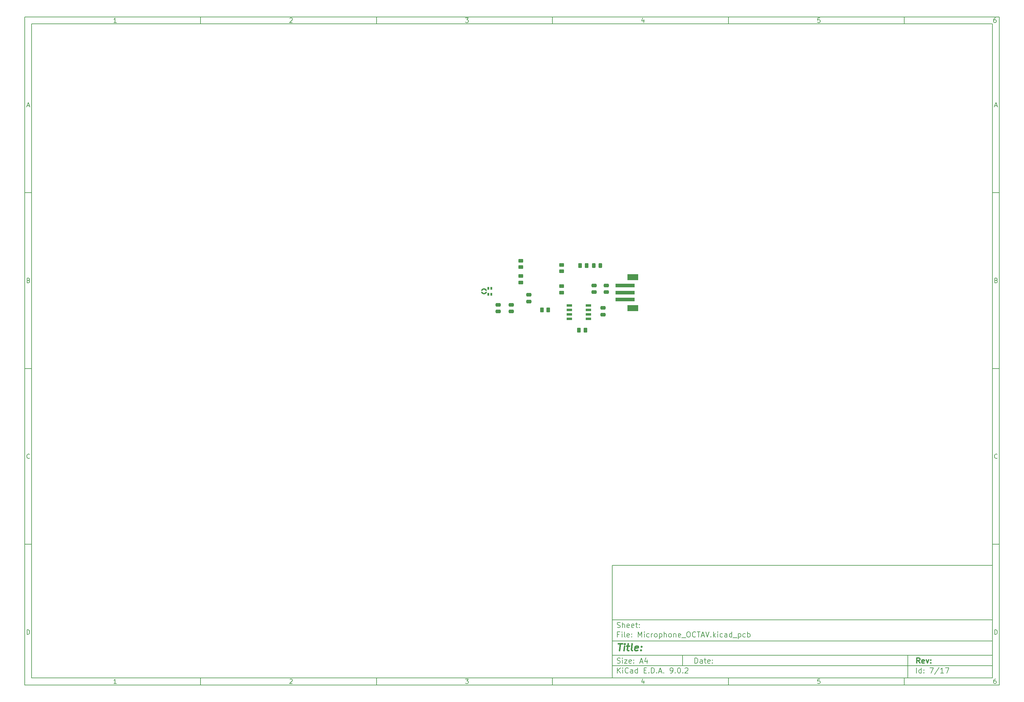
<source format=gbr>
%TF.GenerationSoftware,KiCad,Pcbnew,9.0.2*%
%TF.CreationDate,2025-08-29T05:40:04+02:00*%
%TF.ProjectId,Microphone_OCTAV,4d696372-6f70-4686-9f6e-655f4f435441,rev?*%
%TF.SameCoordinates,Original*%
%TF.FileFunction,Paste,Top*%
%TF.FilePolarity,Positive*%
%FSLAX46Y46*%
G04 Gerber Fmt 4.6, Leading zero omitted, Abs format (unit mm)*
G04 Created by KiCad (PCBNEW 9.0.2) date 2025-08-29 05:40:04*
%MOMM*%
%LPD*%
G01*
G04 APERTURE LIST*
G04 Aperture macros list*
%AMRoundRect*
0 Rectangle with rounded corners*
0 $1 Rounding radius*
0 $2 $3 $4 $5 $6 $7 $8 $9 X,Y pos of 4 corners*
0 Add a 4 corners polygon primitive as box body*
4,1,4,$2,$3,$4,$5,$6,$7,$8,$9,$2,$3,0*
0 Add four circle primitives for the rounded corners*
1,1,$1+$1,$2,$3*
1,1,$1+$1,$4,$5*
1,1,$1+$1,$6,$7*
1,1,$1+$1,$8,$9*
0 Add four rect primitives between the rounded corners*
20,1,$1+$1,$2,$3,$4,$5,0*
20,1,$1+$1,$4,$5,$6,$7,0*
20,1,$1+$1,$6,$7,$8,$9,0*
20,1,$1+$1,$8,$9,$2,$3,0*%
G04 Aperture macros list end*
%ADD10C,0.100000*%
%ADD11C,0.150000*%
%ADD12C,0.300000*%
%ADD13C,0.400000*%
%ADD14C,0.010000*%
%ADD15RoundRect,0.243750X0.243750X0.456250X-0.243750X0.456250X-0.243750X-0.456250X0.243750X-0.456250X0*%
%ADD16RoundRect,0.250000X-0.475000X0.250000X-0.475000X-0.250000X0.475000X-0.250000X0.475000X0.250000X0*%
%ADD17R,1.500000X0.650000*%
%ADD18RoundRect,0.250000X-0.262500X-0.450000X0.262500X-0.450000X0.262500X0.450000X-0.262500X0.450000X0*%
%ADD19R,5.511800X0.990600*%
%ADD20R,3.098800X1.700000*%
%ADD21RoundRect,0.250000X0.475000X-0.250000X0.475000X0.250000X-0.475000X0.250000X-0.475000X-0.250000X0*%
%ADD22RoundRect,0.250000X-0.450000X0.262500X-0.450000X-0.262500X0.450000X-0.262500X0.450000X0.262500X0*%
%ADD23RoundRect,0.250000X0.450000X-0.262500X0.450000X0.262500X-0.450000X0.262500X-0.450000X-0.262500X0*%
G04 APERTURE END LIST*
D10*
D11*
X177002200Y-166007200D02*
X285002200Y-166007200D01*
X285002200Y-198007200D01*
X177002200Y-198007200D01*
X177002200Y-166007200D01*
D10*
D11*
X10000000Y-10000000D02*
X287002200Y-10000000D01*
X287002200Y-200007200D01*
X10000000Y-200007200D01*
X10000000Y-10000000D01*
D10*
D11*
X12000000Y-12000000D02*
X285002200Y-12000000D01*
X285002200Y-198007200D01*
X12000000Y-198007200D01*
X12000000Y-12000000D01*
D10*
D11*
X60000000Y-12000000D02*
X60000000Y-10000000D01*
D10*
D11*
X110000000Y-12000000D02*
X110000000Y-10000000D01*
D10*
D11*
X160000000Y-12000000D02*
X160000000Y-10000000D01*
D10*
D11*
X210000000Y-12000000D02*
X210000000Y-10000000D01*
D10*
D11*
X260000000Y-12000000D02*
X260000000Y-10000000D01*
D10*
D11*
X36089160Y-11593604D02*
X35346303Y-11593604D01*
X35717731Y-11593604D02*
X35717731Y-10293604D01*
X35717731Y-10293604D02*
X35593922Y-10479319D01*
X35593922Y-10479319D02*
X35470112Y-10603128D01*
X35470112Y-10603128D02*
X35346303Y-10665033D01*
D10*
D11*
X85346303Y-10417414D02*
X85408207Y-10355509D01*
X85408207Y-10355509D02*
X85532017Y-10293604D01*
X85532017Y-10293604D02*
X85841541Y-10293604D01*
X85841541Y-10293604D02*
X85965350Y-10355509D01*
X85965350Y-10355509D02*
X86027255Y-10417414D01*
X86027255Y-10417414D02*
X86089160Y-10541223D01*
X86089160Y-10541223D02*
X86089160Y-10665033D01*
X86089160Y-10665033D02*
X86027255Y-10850747D01*
X86027255Y-10850747D02*
X85284398Y-11593604D01*
X85284398Y-11593604D02*
X86089160Y-11593604D01*
D10*
D11*
X135284398Y-10293604D02*
X136089160Y-10293604D01*
X136089160Y-10293604D02*
X135655826Y-10788842D01*
X135655826Y-10788842D02*
X135841541Y-10788842D01*
X135841541Y-10788842D02*
X135965350Y-10850747D01*
X135965350Y-10850747D02*
X136027255Y-10912652D01*
X136027255Y-10912652D02*
X136089160Y-11036461D01*
X136089160Y-11036461D02*
X136089160Y-11345985D01*
X136089160Y-11345985D02*
X136027255Y-11469795D01*
X136027255Y-11469795D02*
X135965350Y-11531700D01*
X135965350Y-11531700D02*
X135841541Y-11593604D01*
X135841541Y-11593604D02*
X135470112Y-11593604D01*
X135470112Y-11593604D02*
X135346303Y-11531700D01*
X135346303Y-11531700D02*
X135284398Y-11469795D01*
D10*
D11*
X185965350Y-10726938D02*
X185965350Y-11593604D01*
X185655826Y-10231700D02*
X185346303Y-11160271D01*
X185346303Y-11160271D02*
X186151064Y-11160271D01*
D10*
D11*
X236027255Y-10293604D02*
X235408207Y-10293604D01*
X235408207Y-10293604D02*
X235346303Y-10912652D01*
X235346303Y-10912652D02*
X235408207Y-10850747D01*
X235408207Y-10850747D02*
X235532017Y-10788842D01*
X235532017Y-10788842D02*
X235841541Y-10788842D01*
X235841541Y-10788842D02*
X235965350Y-10850747D01*
X235965350Y-10850747D02*
X236027255Y-10912652D01*
X236027255Y-10912652D02*
X236089160Y-11036461D01*
X236089160Y-11036461D02*
X236089160Y-11345985D01*
X236089160Y-11345985D02*
X236027255Y-11469795D01*
X236027255Y-11469795D02*
X235965350Y-11531700D01*
X235965350Y-11531700D02*
X235841541Y-11593604D01*
X235841541Y-11593604D02*
X235532017Y-11593604D01*
X235532017Y-11593604D02*
X235408207Y-11531700D01*
X235408207Y-11531700D02*
X235346303Y-11469795D01*
D10*
D11*
X285965350Y-10293604D02*
X285717731Y-10293604D01*
X285717731Y-10293604D02*
X285593922Y-10355509D01*
X285593922Y-10355509D02*
X285532017Y-10417414D01*
X285532017Y-10417414D02*
X285408207Y-10603128D01*
X285408207Y-10603128D02*
X285346303Y-10850747D01*
X285346303Y-10850747D02*
X285346303Y-11345985D01*
X285346303Y-11345985D02*
X285408207Y-11469795D01*
X285408207Y-11469795D02*
X285470112Y-11531700D01*
X285470112Y-11531700D02*
X285593922Y-11593604D01*
X285593922Y-11593604D02*
X285841541Y-11593604D01*
X285841541Y-11593604D02*
X285965350Y-11531700D01*
X285965350Y-11531700D02*
X286027255Y-11469795D01*
X286027255Y-11469795D02*
X286089160Y-11345985D01*
X286089160Y-11345985D02*
X286089160Y-11036461D01*
X286089160Y-11036461D02*
X286027255Y-10912652D01*
X286027255Y-10912652D02*
X285965350Y-10850747D01*
X285965350Y-10850747D02*
X285841541Y-10788842D01*
X285841541Y-10788842D02*
X285593922Y-10788842D01*
X285593922Y-10788842D02*
X285470112Y-10850747D01*
X285470112Y-10850747D02*
X285408207Y-10912652D01*
X285408207Y-10912652D02*
X285346303Y-11036461D01*
D10*
D11*
X60000000Y-198007200D02*
X60000000Y-200007200D01*
D10*
D11*
X110000000Y-198007200D02*
X110000000Y-200007200D01*
D10*
D11*
X160000000Y-198007200D02*
X160000000Y-200007200D01*
D10*
D11*
X210000000Y-198007200D02*
X210000000Y-200007200D01*
D10*
D11*
X260000000Y-198007200D02*
X260000000Y-200007200D01*
D10*
D11*
X36089160Y-199600804D02*
X35346303Y-199600804D01*
X35717731Y-199600804D02*
X35717731Y-198300804D01*
X35717731Y-198300804D02*
X35593922Y-198486519D01*
X35593922Y-198486519D02*
X35470112Y-198610328D01*
X35470112Y-198610328D02*
X35346303Y-198672233D01*
D10*
D11*
X85346303Y-198424614D02*
X85408207Y-198362709D01*
X85408207Y-198362709D02*
X85532017Y-198300804D01*
X85532017Y-198300804D02*
X85841541Y-198300804D01*
X85841541Y-198300804D02*
X85965350Y-198362709D01*
X85965350Y-198362709D02*
X86027255Y-198424614D01*
X86027255Y-198424614D02*
X86089160Y-198548423D01*
X86089160Y-198548423D02*
X86089160Y-198672233D01*
X86089160Y-198672233D02*
X86027255Y-198857947D01*
X86027255Y-198857947D02*
X85284398Y-199600804D01*
X85284398Y-199600804D02*
X86089160Y-199600804D01*
D10*
D11*
X135284398Y-198300804D02*
X136089160Y-198300804D01*
X136089160Y-198300804D02*
X135655826Y-198796042D01*
X135655826Y-198796042D02*
X135841541Y-198796042D01*
X135841541Y-198796042D02*
X135965350Y-198857947D01*
X135965350Y-198857947D02*
X136027255Y-198919852D01*
X136027255Y-198919852D02*
X136089160Y-199043661D01*
X136089160Y-199043661D02*
X136089160Y-199353185D01*
X136089160Y-199353185D02*
X136027255Y-199476995D01*
X136027255Y-199476995D02*
X135965350Y-199538900D01*
X135965350Y-199538900D02*
X135841541Y-199600804D01*
X135841541Y-199600804D02*
X135470112Y-199600804D01*
X135470112Y-199600804D02*
X135346303Y-199538900D01*
X135346303Y-199538900D02*
X135284398Y-199476995D01*
D10*
D11*
X185965350Y-198734138D02*
X185965350Y-199600804D01*
X185655826Y-198238900D02*
X185346303Y-199167471D01*
X185346303Y-199167471D02*
X186151064Y-199167471D01*
D10*
D11*
X236027255Y-198300804D02*
X235408207Y-198300804D01*
X235408207Y-198300804D02*
X235346303Y-198919852D01*
X235346303Y-198919852D02*
X235408207Y-198857947D01*
X235408207Y-198857947D02*
X235532017Y-198796042D01*
X235532017Y-198796042D02*
X235841541Y-198796042D01*
X235841541Y-198796042D02*
X235965350Y-198857947D01*
X235965350Y-198857947D02*
X236027255Y-198919852D01*
X236027255Y-198919852D02*
X236089160Y-199043661D01*
X236089160Y-199043661D02*
X236089160Y-199353185D01*
X236089160Y-199353185D02*
X236027255Y-199476995D01*
X236027255Y-199476995D02*
X235965350Y-199538900D01*
X235965350Y-199538900D02*
X235841541Y-199600804D01*
X235841541Y-199600804D02*
X235532017Y-199600804D01*
X235532017Y-199600804D02*
X235408207Y-199538900D01*
X235408207Y-199538900D02*
X235346303Y-199476995D01*
D10*
D11*
X285965350Y-198300804D02*
X285717731Y-198300804D01*
X285717731Y-198300804D02*
X285593922Y-198362709D01*
X285593922Y-198362709D02*
X285532017Y-198424614D01*
X285532017Y-198424614D02*
X285408207Y-198610328D01*
X285408207Y-198610328D02*
X285346303Y-198857947D01*
X285346303Y-198857947D02*
X285346303Y-199353185D01*
X285346303Y-199353185D02*
X285408207Y-199476995D01*
X285408207Y-199476995D02*
X285470112Y-199538900D01*
X285470112Y-199538900D02*
X285593922Y-199600804D01*
X285593922Y-199600804D02*
X285841541Y-199600804D01*
X285841541Y-199600804D02*
X285965350Y-199538900D01*
X285965350Y-199538900D02*
X286027255Y-199476995D01*
X286027255Y-199476995D02*
X286089160Y-199353185D01*
X286089160Y-199353185D02*
X286089160Y-199043661D01*
X286089160Y-199043661D02*
X286027255Y-198919852D01*
X286027255Y-198919852D02*
X285965350Y-198857947D01*
X285965350Y-198857947D02*
X285841541Y-198796042D01*
X285841541Y-198796042D02*
X285593922Y-198796042D01*
X285593922Y-198796042D02*
X285470112Y-198857947D01*
X285470112Y-198857947D02*
X285408207Y-198919852D01*
X285408207Y-198919852D02*
X285346303Y-199043661D01*
D10*
D11*
X10000000Y-60000000D02*
X12000000Y-60000000D01*
D10*
D11*
X10000000Y-110000000D02*
X12000000Y-110000000D01*
D10*
D11*
X10000000Y-160000000D02*
X12000000Y-160000000D01*
D10*
D11*
X10690476Y-35222176D02*
X11309523Y-35222176D01*
X10566666Y-35593604D02*
X10999999Y-34293604D01*
X10999999Y-34293604D02*
X11433333Y-35593604D01*
D10*
D11*
X11092857Y-84912652D02*
X11278571Y-84974557D01*
X11278571Y-84974557D02*
X11340476Y-85036461D01*
X11340476Y-85036461D02*
X11402380Y-85160271D01*
X11402380Y-85160271D02*
X11402380Y-85345985D01*
X11402380Y-85345985D02*
X11340476Y-85469795D01*
X11340476Y-85469795D02*
X11278571Y-85531700D01*
X11278571Y-85531700D02*
X11154761Y-85593604D01*
X11154761Y-85593604D02*
X10659523Y-85593604D01*
X10659523Y-85593604D02*
X10659523Y-84293604D01*
X10659523Y-84293604D02*
X11092857Y-84293604D01*
X11092857Y-84293604D02*
X11216666Y-84355509D01*
X11216666Y-84355509D02*
X11278571Y-84417414D01*
X11278571Y-84417414D02*
X11340476Y-84541223D01*
X11340476Y-84541223D02*
X11340476Y-84665033D01*
X11340476Y-84665033D02*
X11278571Y-84788842D01*
X11278571Y-84788842D02*
X11216666Y-84850747D01*
X11216666Y-84850747D02*
X11092857Y-84912652D01*
X11092857Y-84912652D02*
X10659523Y-84912652D01*
D10*
D11*
X11402380Y-135469795D02*
X11340476Y-135531700D01*
X11340476Y-135531700D02*
X11154761Y-135593604D01*
X11154761Y-135593604D02*
X11030952Y-135593604D01*
X11030952Y-135593604D02*
X10845238Y-135531700D01*
X10845238Y-135531700D02*
X10721428Y-135407890D01*
X10721428Y-135407890D02*
X10659523Y-135284080D01*
X10659523Y-135284080D02*
X10597619Y-135036461D01*
X10597619Y-135036461D02*
X10597619Y-134850747D01*
X10597619Y-134850747D02*
X10659523Y-134603128D01*
X10659523Y-134603128D02*
X10721428Y-134479319D01*
X10721428Y-134479319D02*
X10845238Y-134355509D01*
X10845238Y-134355509D02*
X11030952Y-134293604D01*
X11030952Y-134293604D02*
X11154761Y-134293604D01*
X11154761Y-134293604D02*
X11340476Y-134355509D01*
X11340476Y-134355509D02*
X11402380Y-134417414D01*
D10*
D11*
X10659523Y-185593604D02*
X10659523Y-184293604D01*
X10659523Y-184293604D02*
X10969047Y-184293604D01*
X10969047Y-184293604D02*
X11154761Y-184355509D01*
X11154761Y-184355509D02*
X11278571Y-184479319D01*
X11278571Y-184479319D02*
X11340476Y-184603128D01*
X11340476Y-184603128D02*
X11402380Y-184850747D01*
X11402380Y-184850747D02*
X11402380Y-185036461D01*
X11402380Y-185036461D02*
X11340476Y-185284080D01*
X11340476Y-185284080D02*
X11278571Y-185407890D01*
X11278571Y-185407890D02*
X11154761Y-185531700D01*
X11154761Y-185531700D02*
X10969047Y-185593604D01*
X10969047Y-185593604D02*
X10659523Y-185593604D01*
D10*
D11*
X287002200Y-60000000D02*
X285002200Y-60000000D01*
D10*
D11*
X287002200Y-110000000D02*
X285002200Y-110000000D01*
D10*
D11*
X287002200Y-160000000D02*
X285002200Y-160000000D01*
D10*
D11*
X285692676Y-35222176D02*
X286311723Y-35222176D01*
X285568866Y-35593604D02*
X286002199Y-34293604D01*
X286002199Y-34293604D02*
X286435533Y-35593604D01*
D10*
D11*
X286095057Y-84912652D02*
X286280771Y-84974557D01*
X286280771Y-84974557D02*
X286342676Y-85036461D01*
X286342676Y-85036461D02*
X286404580Y-85160271D01*
X286404580Y-85160271D02*
X286404580Y-85345985D01*
X286404580Y-85345985D02*
X286342676Y-85469795D01*
X286342676Y-85469795D02*
X286280771Y-85531700D01*
X286280771Y-85531700D02*
X286156961Y-85593604D01*
X286156961Y-85593604D02*
X285661723Y-85593604D01*
X285661723Y-85593604D02*
X285661723Y-84293604D01*
X285661723Y-84293604D02*
X286095057Y-84293604D01*
X286095057Y-84293604D02*
X286218866Y-84355509D01*
X286218866Y-84355509D02*
X286280771Y-84417414D01*
X286280771Y-84417414D02*
X286342676Y-84541223D01*
X286342676Y-84541223D02*
X286342676Y-84665033D01*
X286342676Y-84665033D02*
X286280771Y-84788842D01*
X286280771Y-84788842D02*
X286218866Y-84850747D01*
X286218866Y-84850747D02*
X286095057Y-84912652D01*
X286095057Y-84912652D02*
X285661723Y-84912652D01*
D10*
D11*
X286404580Y-135469795D02*
X286342676Y-135531700D01*
X286342676Y-135531700D02*
X286156961Y-135593604D01*
X286156961Y-135593604D02*
X286033152Y-135593604D01*
X286033152Y-135593604D02*
X285847438Y-135531700D01*
X285847438Y-135531700D02*
X285723628Y-135407890D01*
X285723628Y-135407890D02*
X285661723Y-135284080D01*
X285661723Y-135284080D02*
X285599819Y-135036461D01*
X285599819Y-135036461D02*
X285599819Y-134850747D01*
X285599819Y-134850747D02*
X285661723Y-134603128D01*
X285661723Y-134603128D02*
X285723628Y-134479319D01*
X285723628Y-134479319D02*
X285847438Y-134355509D01*
X285847438Y-134355509D02*
X286033152Y-134293604D01*
X286033152Y-134293604D02*
X286156961Y-134293604D01*
X286156961Y-134293604D02*
X286342676Y-134355509D01*
X286342676Y-134355509D02*
X286404580Y-134417414D01*
D10*
D11*
X285661723Y-185593604D02*
X285661723Y-184293604D01*
X285661723Y-184293604D02*
X285971247Y-184293604D01*
X285971247Y-184293604D02*
X286156961Y-184355509D01*
X286156961Y-184355509D02*
X286280771Y-184479319D01*
X286280771Y-184479319D02*
X286342676Y-184603128D01*
X286342676Y-184603128D02*
X286404580Y-184850747D01*
X286404580Y-184850747D02*
X286404580Y-185036461D01*
X286404580Y-185036461D02*
X286342676Y-185284080D01*
X286342676Y-185284080D02*
X286280771Y-185407890D01*
X286280771Y-185407890D02*
X286156961Y-185531700D01*
X286156961Y-185531700D02*
X285971247Y-185593604D01*
X285971247Y-185593604D02*
X285661723Y-185593604D01*
D10*
D11*
X200458026Y-193793328D02*
X200458026Y-192293328D01*
X200458026Y-192293328D02*
X200815169Y-192293328D01*
X200815169Y-192293328D02*
X201029455Y-192364757D01*
X201029455Y-192364757D02*
X201172312Y-192507614D01*
X201172312Y-192507614D02*
X201243741Y-192650471D01*
X201243741Y-192650471D02*
X201315169Y-192936185D01*
X201315169Y-192936185D02*
X201315169Y-193150471D01*
X201315169Y-193150471D02*
X201243741Y-193436185D01*
X201243741Y-193436185D02*
X201172312Y-193579042D01*
X201172312Y-193579042D02*
X201029455Y-193721900D01*
X201029455Y-193721900D02*
X200815169Y-193793328D01*
X200815169Y-193793328D02*
X200458026Y-193793328D01*
X202600884Y-193793328D02*
X202600884Y-193007614D01*
X202600884Y-193007614D02*
X202529455Y-192864757D01*
X202529455Y-192864757D02*
X202386598Y-192793328D01*
X202386598Y-192793328D02*
X202100884Y-192793328D01*
X202100884Y-192793328D02*
X201958026Y-192864757D01*
X202600884Y-193721900D02*
X202458026Y-193793328D01*
X202458026Y-193793328D02*
X202100884Y-193793328D01*
X202100884Y-193793328D02*
X201958026Y-193721900D01*
X201958026Y-193721900D02*
X201886598Y-193579042D01*
X201886598Y-193579042D02*
X201886598Y-193436185D01*
X201886598Y-193436185D02*
X201958026Y-193293328D01*
X201958026Y-193293328D02*
X202100884Y-193221900D01*
X202100884Y-193221900D02*
X202458026Y-193221900D01*
X202458026Y-193221900D02*
X202600884Y-193150471D01*
X203100884Y-192793328D02*
X203672312Y-192793328D01*
X203315169Y-192293328D02*
X203315169Y-193579042D01*
X203315169Y-193579042D02*
X203386598Y-193721900D01*
X203386598Y-193721900D02*
X203529455Y-193793328D01*
X203529455Y-193793328D02*
X203672312Y-193793328D01*
X204743741Y-193721900D02*
X204600884Y-193793328D01*
X204600884Y-193793328D02*
X204315170Y-193793328D01*
X204315170Y-193793328D02*
X204172312Y-193721900D01*
X204172312Y-193721900D02*
X204100884Y-193579042D01*
X204100884Y-193579042D02*
X204100884Y-193007614D01*
X204100884Y-193007614D02*
X204172312Y-192864757D01*
X204172312Y-192864757D02*
X204315170Y-192793328D01*
X204315170Y-192793328D02*
X204600884Y-192793328D01*
X204600884Y-192793328D02*
X204743741Y-192864757D01*
X204743741Y-192864757D02*
X204815170Y-193007614D01*
X204815170Y-193007614D02*
X204815170Y-193150471D01*
X204815170Y-193150471D02*
X204100884Y-193293328D01*
X205458026Y-193650471D02*
X205529455Y-193721900D01*
X205529455Y-193721900D02*
X205458026Y-193793328D01*
X205458026Y-193793328D02*
X205386598Y-193721900D01*
X205386598Y-193721900D02*
X205458026Y-193650471D01*
X205458026Y-193650471D02*
X205458026Y-193793328D01*
X205458026Y-192864757D02*
X205529455Y-192936185D01*
X205529455Y-192936185D02*
X205458026Y-193007614D01*
X205458026Y-193007614D02*
X205386598Y-192936185D01*
X205386598Y-192936185D02*
X205458026Y-192864757D01*
X205458026Y-192864757D02*
X205458026Y-193007614D01*
D10*
D11*
X177002200Y-194507200D02*
X285002200Y-194507200D01*
D10*
D11*
X178458026Y-196593328D02*
X178458026Y-195093328D01*
X179315169Y-196593328D02*
X178672312Y-195736185D01*
X179315169Y-195093328D02*
X178458026Y-195950471D01*
X179958026Y-196593328D02*
X179958026Y-195593328D01*
X179958026Y-195093328D02*
X179886598Y-195164757D01*
X179886598Y-195164757D02*
X179958026Y-195236185D01*
X179958026Y-195236185D02*
X180029455Y-195164757D01*
X180029455Y-195164757D02*
X179958026Y-195093328D01*
X179958026Y-195093328D02*
X179958026Y-195236185D01*
X181529455Y-196450471D02*
X181458027Y-196521900D01*
X181458027Y-196521900D02*
X181243741Y-196593328D01*
X181243741Y-196593328D02*
X181100884Y-196593328D01*
X181100884Y-196593328D02*
X180886598Y-196521900D01*
X180886598Y-196521900D02*
X180743741Y-196379042D01*
X180743741Y-196379042D02*
X180672312Y-196236185D01*
X180672312Y-196236185D02*
X180600884Y-195950471D01*
X180600884Y-195950471D02*
X180600884Y-195736185D01*
X180600884Y-195736185D02*
X180672312Y-195450471D01*
X180672312Y-195450471D02*
X180743741Y-195307614D01*
X180743741Y-195307614D02*
X180886598Y-195164757D01*
X180886598Y-195164757D02*
X181100884Y-195093328D01*
X181100884Y-195093328D02*
X181243741Y-195093328D01*
X181243741Y-195093328D02*
X181458027Y-195164757D01*
X181458027Y-195164757D02*
X181529455Y-195236185D01*
X182815170Y-196593328D02*
X182815170Y-195807614D01*
X182815170Y-195807614D02*
X182743741Y-195664757D01*
X182743741Y-195664757D02*
X182600884Y-195593328D01*
X182600884Y-195593328D02*
X182315170Y-195593328D01*
X182315170Y-195593328D02*
X182172312Y-195664757D01*
X182815170Y-196521900D02*
X182672312Y-196593328D01*
X182672312Y-196593328D02*
X182315170Y-196593328D01*
X182315170Y-196593328D02*
X182172312Y-196521900D01*
X182172312Y-196521900D02*
X182100884Y-196379042D01*
X182100884Y-196379042D02*
X182100884Y-196236185D01*
X182100884Y-196236185D02*
X182172312Y-196093328D01*
X182172312Y-196093328D02*
X182315170Y-196021900D01*
X182315170Y-196021900D02*
X182672312Y-196021900D01*
X182672312Y-196021900D02*
X182815170Y-195950471D01*
X184172313Y-196593328D02*
X184172313Y-195093328D01*
X184172313Y-196521900D02*
X184029455Y-196593328D01*
X184029455Y-196593328D02*
X183743741Y-196593328D01*
X183743741Y-196593328D02*
X183600884Y-196521900D01*
X183600884Y-196521900D02*
X183529455Y-196450471D01*
X183529455Y-196450471D02*
X183458027Y-196307614D01*
X183458027Y-196307614D02*
X183458027Y-195879042D01*
X183458027Y-195879042D02*
X183529455Y-195736185D01*
X183529455Y-195736185D02*
X183600884Y-195664757D01*
X183600884Y-195664757D02*
X183743741Y-195593328D01*
X183743741Y-195593328D02*
X184029455Y-195593328D01*
X184029455Y-195593328D02*
X184172313Y-195664757D01*
X186029455Y-195807614D02*
X186529455Y-195807614D01*
X186743741Y-196593328D02*
X186029455Y-196593328D01*
X186029455Y-196593328D02*
X186029455Y-195093328D01*
X186029455Y-195093328D02*
X186743741Y-195093328D01*
X187386598Y-196450471D02*
X187458027Y-196521900D01*
X187458027Y-196521900D02*
X187386598Y-196593328D01*
X187386598Y-196593328D02*
X187315170Y-196521900D01*
X187315170Y-196521900D02*
X187386598Y-196450471D01*
X187386598Y-196450471D02*
X187386598Y-196593328D01*
X188100884Y-196593328D02*
X188100884Y-195093328D01*
X188100884Y-195093328D02*
X188458027Y-195093328D01*
X188458027Y-195093328D02*
X188672313Y-195164757D01*
X188672313Y-195164757D02*
X188815170Y-195307614D01*
X188815170Y-195307614D02*
X188886599Y-195450471D01*
X188886599Y-195450471D02*
X188958027Y-195736185D01*
X188958027Y-195736185D02*
X188958027Y-195950471D01*
X188958027Y-195950471D02*
X188886599Y-196236185D01*
X188886599Y-196236185D02*
X188815170Y-196379042D01*
X188815170Y-196379042D02*
X188672313Y-196521900D01*
X188672313Y-196521900D02*
X188458027Y-196593328D01*
X188458027Y-196593328D02*
X188100884Y-196593328D01*
X189600884Y-196450471D02*
X189672313Y-196521900D01*
X189672313Y-196521900D02*
X189600884Y-196593328D01*
X189600884Y-196593328D02*
X189529456Y-196521900D01*
X189529456Y-196521900D02*
X189600884Y-196450471D01*
X189600884Y-196450471D02*
X189600884Y-196593328D01*
X190243742Y-196164757D02*
X190958028Y-196164757D01*
X190100885Y-196593328D02*
X190600885Y-195093328D01*
X190600885Y-195093328D02*
X191100885Y-196593328D01*
X191600884Y-196450471D02*
X191672313Y-196521900D01*
X191672313Y-196521900D02*
X191600884Y-196593328D01*
X191600884Y-196593328D02*
X191529456Y-196521900D01*
X191529456Y-196521900D02*
X191600884Y-196450471D01*
X191600884Y-196450471D02*
X191600884Y-196593328D01*
X193529456Y-196593328D02*
X193815170Y-196593328D01*
X193815170Y-196593328D02*
X193958027Y-196521900D01*
X193958027Y-196521900D02*
X194029456Y-196450471D01*
X194029456Y-196450471D02*
X194172313Y-196236185D01*
X194172313Y-196236185D02*
X194243742Y-195950471D01*
X194243742Y-195950471D02*
X194243742Y-195379042D01*
X194243742Y-195379042D02*
X194172313Y-195236185D01*
X194172313Y-195236185D02*
X194100885Y-195164757D01*
X194100885Y-195164757D02*
X193958027Y-195093328D01*
X193958027Y-195093328D02*
X193672313Y-195093328D01*
X193672313Y-195093328D02*
X193529456Y-195164757D01*
X193529456Y-195164757D02*
X193458027Y-195236185D01*
X193458027Y-195236185D02*
X193386599Y-195379042D01*
X193386599Y-195379042D02*
X193386599Y-195736185D01*
X193386599Y-195736185D02*
X193458027Y-195879042D01*
X193458027Y-195879042D02*
X193529456Y-195950471D01*
X193529456Y-195950471D02*
X193672313Y-196021900D01*
X193672313Y-196021900D02*
X193958027Y-196021900D01*
X193958027Y-196021900D02*
X194100885Y-195950471D01*
X194100885Y-195950471D02*
X194172313Y-195879042D01*
X194172313Y-195879042D02*
X194243742Y-195736185D01*
X194886598Y-196450471D02*
X194958027Y-196521900D01*
X194958027Y-196521900D02*
X194886598Y-196593328D01*
X194886598Y-196593328D02*
X194815170Y-196521900D01*
X194815170Y-196521900D02*
X194886598Y-196450471D01*
X194886598Y-196450471D02*
X194886598Y-196593328D01*
X195886599Y-195093328D02*
X196029456Y-195093328D01*
X196029456Y-195093328D02*
X196172313Y-195164757D01*
X196172313Y-195164757D02*
X196243742Y-195236185D01*
X196243742Y-195236185D02*
X196315170Y-195379042D01*
X196315170Y-195379042D02*
X196386599Y-195664757D01*
X196386599Y-195664757D02*
X196386599Y-196021900D01*
X196386599Y-196021900D02*
X196315170Y-196307614D01*
X196315170Y-196307614D02*
X196243742Y-196450471D01*
X196243742Y-196450471D02*
X196172313Y-196521900D01*
X196172313Y-196521900D02*
X196029456Y-196593328D01*
X196029456Y-196593328D02*
X195886599Y-196593328D01*
X195886599Y-196593328D02*
X195743742Y-196521900D01*
X195743742Y-196521900D02*
X195672313Y-196450471D01*
X195672313Y-196450471D02*
X195600884Y-196307614D01*
X195600884Y-196307614D02*
X195529456Y-196021900D01*
X195529456Y-196021900D02*
X195529456Y-195664757D01*
X195529456Y-195664757D02*
X195600884Y-195379042D01*
X195600884Y-195379042D02*
X195672313Y-195236185D01*
X195672313Y-195236185D02*
X195743742Y-195164757D01*
X195743742Y-195164757D02*
X195886599Y-195093328D01*
X197029455Y-196450471D02*
X197100884Y-196521900D01*
X197100884Y-196521900D02*
X197029455Y-196593328D01*
X197029455Y-196593328D02*
X196958027Y-196521900D01*
X196958027Y-196521900D02*
X197029455Y-196450471D01*
X197029455Y-196450471D02*
X197029455Y-196593328D01*
X197672313Y-195236185D02*
X197743741Y-195164757D01*
X197743741Y-195164757D02*
X197886599Y-195093328D01*
X197886599Y-195093328D02*
X198243741Y-195093328D01*
X198243741Y-195093328D02*
X198386599Y-195164757D01*
X198386599Y-195164757D02*
X198458027Y-195236185D01*
X198458027Y-195236185D02*
X198529456Y-195379042D01*
X198529456Y-195379042D02*
X198529456Y-195521900D01*
X198529456Y-195521900D02*
X198458027Y-195736185D01*
X198458027Y-195736185D02*
X197600884Y-196593328D01*
X197600884Y-196593328D02*
X198529456Y-196593328D01*
D10*
D11*
X177002200Y-191507200D02*
X285002200Y-191507200D01*
D10*
D12*
X264413853Y-193785528D02*
X263913853Y-193071242D01*
X263556710Y-193785528D02*
X263556710Y-192285528D01*
X263556710Y-192285528D02*
X264128139Y-192285528D01*
X264128139Y-192285528D02*
X264270996Y-192356957D01*
X264270996Y-192356957D02*
X264342425Y-192428385D01*
X264342425Y-192428385D02*
X264413853Y-192571242D01*
X264413853Y-192571242D02*
X264413853Y-192785528D01*
X264413853Y-192785528D02*
X264342425Y-192928385D01*
X264342425Y-192928385D02*
X264270996Y-192999814D01*
X264270996Y-192999814D02*
X264128139Y-193071242D01*
X264128139Y-193071242D02*
X263556710Y-193071242D01*
X265628139Y-193714100D02*
X265485282Y-193785528D01*
X265485282Y-193785528D02*
X265199568Y-193785528D01*
X265199568Y-193785528D02*
X265056710Y-193714100D01*
X265056710Y-193714100D02*
X264985282Y-193571242D01*
X264985282Y-193571242D02*
X264985282Y-192999814D01*
X264985282Y-192999814D02*
X265056710Y-192856957D01*
X265056710Y-192856957D02*
X265199568Y-192785528D01*
X265199568Y-192785528D02*
X265485282Y-192785528D01*
X265485282Y-192785528D02*
X265628139Y-192856957D01*
X265628139Y-192856957D02*
X265699568Y-192999814D01*
X265699568Y-192999814D02*
X265699568Y-193142671D01*
X265699568Y-193142671D02*
X264985282Y-193285528D01*
X266199567Y-192785528D02*
X266556710Y-193785528D01*
X266556710Y-193785528D02*
X266913853Y-192785528D01*
X267485281Y-193642671D02*
X267556710Y-193714100D01*
X267556710Y-193714100D02*
X267485281Y-193785528D01*
X267485281Y-193785528D02*
X267413853Y-193714100D01*
X267413853Y-193714100D02*
X267485281Y-193642671D01*
X267485281Y-193642671D02*
X267485281Y-193785528D01*
X267485281Y-192856957D02*
X267556710Y-192928385D01*
X267556710Y-192928385D02*
X267485281Y-192999814D01*
X267485281Y-192999814D02*
X267413853Y-192928385D01*
X267413853Y-192928385D02*
X267485281Y-192856957D01*
X267485281Y-192856957D02*
X267485281Y-192999814D01*
D10*
D11*
X178386598Y-193721900D02*
X178600884Y-193793328D01*
X178600884Y-193793328D02*
X178958026Y-193793328D01*
X178958026Y-193793328D02*
X179100884Y-193721900D01*
X179100884Y-193721900D02*
X179172312Y-193650471D01*
X179172312Y-193650471D02*
X179243741Y-193507614D01*
X179243741Y-193507614D02*
X179243741Y-193364757D01*
X179243741Y-193364757D02*
X179172312Y-193221900D01*
X179172312Y-193221900D02*
X179100884Y-193150471D01*
X179100884Y-193150471D02*
X178958026Y-193079042D01*
X178958026Y-193079042D02*
X178672312Y-193007614D01*
X178672312Y-193007614D02*
X178529455Y-192936185D01*
X178529455Y-192936185D02*
X178458026Y-192864757D01*
X178458026Y-192864757D02*
X178386598Y-192721900D01*
X178386598Y-192721900D02*
X178386598Y-192579042D01*
X178386598Y-192579042D02*
X178458026Y-192436185D01*
X178458026Y-192436185D02*
X178529455Y-192364757D01*
X178529455Y-192364757D02*
X178672312Y-192293328D01*
X178672312Y-192293328D02*
X179029455Y-192293328D01*
X179029455Y-192293328D02*
X179243741Y-192364757D01*
X179886597Y-193793328D02*
X179886597Y-192793328D01*
X179886597Y-192293328D02*
X179815169Y-192364757D01*
X179815169Y-192364757D02*
X179886597Y-192436185D01*
X179886597Y-192436185D02*
X179958026Y-192364757D01*
X179958026Y-192364757D02*
X179886597Y-192293328D01*
X179886597Y-192293328D02*
X179886597Y-192436185D01*
X180458026Y-192793328D02*
X181243741Y-192793328D01*
X181243741Y-192793328D02*
X180458026Y-193793328D01*
X180458026Y-193793328D02*
X181243741Y-193793328D01*
X182386598Y-193721900D02*
X182243741Y-193793328D01*
X182243741Y-193793328D02*
X181958027Y-193793328D01*
X181958027Y-193793328D02*
X181815169Y-193721900D01*
X181815169Y-193721900D02*
X181743741Y-193579042D01*
X181743741Y-193579042D02*
X181743741Y-193007614D01*
X181743741Y-193007614D02*
X181815169Y-192864757D01*
X181815169Y-192864757D02*
X181958027Y-192793328D01*
X181958027Y-192793328D02*
X182243741Y-192793328D01*
X182243741Y-192793328D02*
X182386598Y-192864757D01*
X182386598Y-192864757D02*
X182458027Y-193007614D01*
X182458027Y-193007614D02*
X182458027Y-193150471D01*
X182458027Y-193150471D02*
X181743741Y-193293328D01*
X183100883Y-193650471D02*
X183172312Y-193721900D01*
X183172312Y-193721900D02*
X183100883Y-193793328D01*
X183100883Y-193793328D02*
X183029455Y-193721900D01*
X183029455Y-193721900D02*
X183100883Y-193650471D01*
X183100883Y-193650471D02*
X183100883Y-193793328D01*
X183100883Y-192864757D02*
X183172312Y-192936185D01*
X183172312Y-192936185D02*
X183100883Y-193007614D01*
X183100883Y-193007614D02*
X183029455Y-192936185D01*
X183029455Y-192936185D02*
X183100883Y-192864757D01*
X183100883Y-192864757D02*
X183100883Y-193007614D01*
X184886598Y-193364757D02*
X185600884Y-193364757D01*
X184743741Y-193793328D02*
X185243741Y-192293328D01*
X185243741Y-192293328D02*
X185743741Y-193793328D01*
X186886598Y-192793328D02*
X186886598Y-193793328D01*
X186529455Y-192221900D02*
X186172312Y-193293328D01*
X186172312Y-193293328D02*
X187100883Y-193293328D01*
D10*
D11*
X263458026Y-196593328D02*
X263458026Y-195093328D01*
X264815170Y-196593328D02*
X264815170Y-195093328D01*
X264815170Y-196521900D02*
X264672312Y-196593328D01*
X264672312Y-196593328D02*
X264386598Y-196593328D01*
X264386598Y-196593328D02*
X264243741Y-196521900D01*
X264243741Y-196521900D02*
X264172312Y-196450471D01*
X264172312Y-196450471D02*
X264100884Y-196307614D01*
X264100884Y-196307614D02*
X264100884Y-195879042D01*
X264100884Y-195879042D02*
X264172312Y-195736185D01*
X264172312Y-195736185D02*
X264243741Y-195664757D01*
X264243741Y-195664757D02*
X264386598Y-195593328D01*
X264386598Y-195593328D02*
X264672312Y-195593328D01*
X264672312Y-195593328D02*
X264815170Y-195664757D01*
X265529455Y-196450471D02*
X265600884Y-196521900D01*
X265600884Y-196521900D02*
X265529455Y-196593328D01*
X265529455Y-196593328D02*
X265458027Y-196521900D01*
X265458027Y-196521900D02*
X265529455Y-196450471D01*
X265529455Y-196450471D02*
X265529455Y-196593328D01*
X265529455Y-195664757D02*
X265600884Y-195736185D01*
X265600884Y-195736185D02*
X265529455Y-195807614D01*
X265529455Y-195807614D02*
X265458027Y-195736185D01*
X265458027Y-195736185D02*
X265529455Y-195664757D01*
X265529455Y-195664757D02*
X265529455Y-195807614D01*
X267243741Y-195093328D02*
X268243741Y-195093328D01*
X268243741Y-195093328D02*
X267600884Y-196593328D01*
X269886598Y-195021900D02*
X268600884Y-196950471D01*
X271172313Y-196593328D02*
X270315170Y-196593328D01*
X270743741Y-196593328D02*
X270743741Y-195093328D01*
X270743741Y-195093328D02*
X270600884Y-195307614D01*
X270600884Y-195307614D02*
X270458027Y-195450471D01*
X270458027Y-195450471D02*
X270315170Y-195521900D01*
X271672312Y-195093328D02*
X272672312Y-195093328D01*
X272672312Y-195093328D02*
X272029455Y-196593328D01*
D10*
D11*
X177002200Y-187507200D02*
X285002200Y-187507200D01*
D10*
D13*
X178693928Y-188211638D02*
X179836785Y-188211638D01*
X179015357Y-190211638D02*
X179265357Y-188211638D01*
X180253452Y-190211638D02*
X180420119Y-188878304D01*
X180503452Y-188211638D02*
X180396309Y-188306876D01*
X180396309Y-188306876D02*
X180479643Y-188402114D01*
X180479643Y-188402114D02*
X180586786Y-188306876D01*
X180586786Y-188306876D02*
X180503452Y-188211638D01*
X180503452Y-188211638D02*
X180479643Y-188402114D01*
X181086786Y-188878304D02*
X181848690Y-188878304D01*
X181455833Y-188211638D02*
X181241548Y-189925923D01*
X181241548Y-189925923D02*
X181312976Y-190116400D01*
X181312976Y-190116400D02*
X181491548Y-190211638D01*
X181491548Y-190211638D02*
X181682024Y-190211638D01*
X182634405Y-190211638D02*
X182455833Y-190116400D01*
X182455833Y-190116400D02*
X182384405Y-189925923D01*
X182384405Y-189925923D02*
X182598690Y-188211638D01*
X184170119Y-190116400D02*
X183967738Y-190211638D01*
X183967738Y-190211638D02*
X183586785Y-190211638D01*
X183586785Y-190211638D02*
X183408214Y-190116400D01*
X183408214Y-190116400D02*
X183336785Y-189925923D01*
X183336785Y-189925923D02*
X183432024Y-189164019D01*
X183432024Y-189164019D02*
X183551071Y-188973542D01*
X183551071Y-188973542D02*
X183753452Y-188878304D01*
X183753452Y-188878304D02*
X184134404Y-188878304D01*
X184134404Y-188878304D02*
X184312976Y-188973542D01*
X184312976Y-188973542D02*
X184384404Y-189164019D01*
X184384404Y-189164019D02*
X184360595Y-189354495D01*
X184360595Y-189354495D02*
X183384404Y-189544971D01*
X185134405Y-190021161D02*
X185217738Y-190116400D01*
X185217738Y-190116400D02*
X185110595Y-190211638D01*
X185110595Y-190211638D02*
X185027262Y-190116400D01*
X185027262Y-190116400D02*
X185134405Y-190021161D01*
X185134405Y-190021161D02*
X185110595Y-190211638D01*
X185265357Y-188973542D02*
X185348690Y-189068780D01*
X185348690Y-189068780D02*
X185241548Y-189164019D01*
X185241548Y-189164019D02*
X185158214Y-189068780D01*
X185158214Y-189068780D02*
X185265357Y-188973542D01*
X185265357Y-188973542D02*
X185241548Y-189164019D01*
D10*
D11*
X178958026Y-185607614D02*
X178458026Y-185607614D01*
X178458026Y-186393328D02*
X178458026Y-184893328D01*
X178458026Y-184893328D02*
X179172312Y-184893328D01*
X179743740Y-186393328D02*
X179743740Y-185393328D01*
X179743740Y-184893328D02*
X179672312Y-184964757D01*
X179672312Y-184964757D02*
X179743740Y-185036185D01*
X179743740Y-185036185D02*
X179815169Y-184964757D01*
X179815169Y-184964757D02*
X179743740Y-184893328D01*
X179743740Y-184893328D02*
X179743740Y-185036185D01*
X180672312Y-186393328D02*
X180529455Y-186321900D01*
X180529455Y-186321900D02*
X180458026Y-186179042D01*
X180458026Y-186179042D02*
X180458026Y-184893328D01*
X181815169Y-186321900D02*
X181672312Y-186393328D01*
X181672312Y-186393328D02*
X181386598Y-186393328D01*
X181386598Y-186393328D02*
X181243740Y-186321900D01*
X181243740Y-186321900D02*
X181172312Y-186179042D01*
X181172312Y-186179042D02*
X181172312Y-185607614D01*
X181172312Y-185607614D02*
X181243740Y-185464757D01*
X181243740Y-185464757D02*
X181386598Y-185393328D01*
X181386598Y-185393328D02*
X181672312Y-185393328D01*
X181672312Y-185393328D02*
X181815169Y-185464757D01*
X181815169Y-185464757D02*
X181886598Y-185607614D01*
X181886598Y-185607614D02*
X181886598Y-185750471D01*
X181886598Y-185750471D02*
X181172312Y-185893328D01*
X182529454Y-186250471D02*
X182600883Y-186321900D01*
X182600883Y-186321900D02*
X182529454Y-186393328D01*
X182529454Y-186393328D02*
X182458026Y-186321900D01*
X182458026Y-186321900D02*
X182529454Y-186250471D01*
X182529454Y-186250471D02*
X182529454Y-186393328D01*
X182529454Y-185464757D02*
X182600883Y-185536185D01*
X182600883Y-185536185D02*
X182529454Y-185607614D01*
X182529454Y-185607614D02*
X182458026Y-185536185D01*
X182458026Y-185536185D02*
X182529454Y-185464757D01*
X182529454Y-185464757D02*
X182529454Y-185607614D01*
X184386597Y-186393328D02*
X184386597Y-184893328D01*
X184386597Y-184893328D02*
X184886597Y-185964757D01*
X184886597Y-185964757D02*
X185386597Y-184893328D01*
X185386597Y-184893328D02*
X185386597Y-186393328D01*
X186100883Y-186393328D02*
X186100883Y-185393328D01*
X186100883Y-184893328D02*
X186029455Y-184964757D01*
X186029455Y-184964757D02*
X186100883Y-185036185D01*
X186100883Y-185036185D02*
X186172312Y-184964757D01*
X186172312Y-184964757D02*
X186100883Y-184893328D01*
X186100883Y-184893328D02*
X186100883Y-185036185D01*
X187458027Y-186321900D02*
X187315169Y-186393328D01*
X187315169Y-186393328D02*
X187029455Y-186393328D01*
X187029455Y-186393328D02*
X186886598Y-186321900D01*
X186886598Y-186321900D02*
X186815169Y-186250471D01*
X186815169Y-186250471D02*
X186743741Y-186107614D01*
X186743741Y-186107614D02*
X186743741Y-185679042D01*
X186743741Y-185679042D02*
X186815169Y-185536185D01*
X186815169Y-185536185D02*
X186886598Y-185464757D01*
X186886598Y-185464757D02*
X187029455Y-185393328D01*
X187029455Y-185393328D02*
X187315169Y-185393328D01*
X187315169Y-185393328D02*
X187458027Y-185464757D01*
X188100883Y-186393328D02*
X188100883Y-185393328D01*
X188100883Y-185679042D02*
X188172312Y-185536185D01*
X188172312Y-185536185D02*
X188243741Y-185464757D01*
X188243741Y-185464757D02*
X188386598Y-185393328D01*
X188386598Y-185393328D02*
X188529455Y-185393328D01*
X189243740Y-186393328D02*
X189100883Y-186321900D01*
X189100883Y-186321900D02*
X189029454Y-186250471D01*
X189029454Y-186250471D02*
X188958026Y-186107614D01*
X188958026Y-186107614D02*
X188958026Y-185679042D01*
X188958026Y-185679042D02*
X189029454Y-185536185D01*
X189029454Y-185536185D02*
X189100883Y-185464757D01*
X189100883Y-185464757D02*
X189243740Y-185393328D01*
X189243740Y-185393328D02*
X189458026Y-185393328D01*
X189458026Y-185393328D02*
X189600883Y-185464757D01*
X189600883Y-185464757D02*
X189672312Y-185536185D01*
X189672312Y-185536185D02*
X189743740Y-185679042D01*
X189743740Y-185679042D02*
X189743740Y-186107614D01*
X189743740Y-186107614D02*
X189672312Y-186250471D01*
X189672312Y-186250471D02*
X189600883Y-186321900D01*
X189600883Y-186321900D02*
X189458026Y-186393328D01*
X189458026Y-186393328D02*
X189243740Y-186393328D01*
X190386597Y-185393328D02*
X190386597Y-186893328D01*
X190386597Y-185464757D02*
X190529455Y-185393328D01*
X190529455Y-185393328D02*
X190815169Y-185393328D01*
X190815169Y-185393328D02*
X190958026Y-185464757D01*
X190958026Y-185464757D02*
X191029455Y-185536185D01*
X191029455Y-185536185D02*
X191100883Y-185679042D01*
X191100883Y-185679042D02*
X191100883Y-186107614D01*
X191100883Y-186107614D02*
X191029455Y-186250471D01*
X191029455Y-186250471D02*
X190958026Y-186321900D01*
X190958026Y-186321900D02*
X190815169Y-186393328D01*
X190815169Y-186393328D02*
X190529455Y-186393328D01*
X190529455Y-186393328D02*
X190386597Y-186321900D01*
X191743740Y-186393328D02*
X191743740Y-184893328D01*
X192386598Y-186393328D02*
X192386598Y-185607614D01*
X192386598Y-185607614D02*
X192315169Y-185464757D01*
X192315169Y-185464757D02*
X192172312Y-185393328D01*
X192172312Y-185393328D02*
X191958026Y-185393328D01*
X191958026Y-185393328D02*
X191815169Y-185464757D01*
X191815169Y-185464757D02*
X191743740Y-185536185D01*
X193315169Y-186393328D02*
X193172312Y-186321900D01*
X193172312Y-186321900D02*
X193100883Y-186250471D01*
X193100883Y-186250471D02*
X193029455Y-186107614D01*
X193029455Y-186107614D02*
X193029455Y-185679042D01*
X193029455Y-185679042D02*
X193100883Y-185536185D01*
X193100883Y-185536185D02*
X193172312Y-185464757D01*
X193172312Y-185464757D02*
X193315169Y-185393328D01*
X193315169Y-185393328D02*
X193529455Y-185393328D01*
X193529455Y-185393328D02*
X193672312Y-185464757D01*
X193672312Y-185464757D02*
X193743741Y-185536185D01*
X193743741Y-185536185D02*
X193815169Y-185679042D01*
X193815169Y-185679042D02*
X193815169Y-186107614D01*
X193815169Y-186107614D02*
X193743741Y-186250471D01*
X193743741Y-186250471D02*
X193672312Y-186321900D01*
X193672312Y-186321900D02*
X193529455Y-186393328D01*
X193529455Y-186393328D02*
X193315169Y-186393328D01*
X194458026Y-185393328D02*
X194458026Y-186393328D01*
X194458026Y-185536185D02*
X194529455Y-185464757D01*
X194529455Y-185464757D02*
X194672312Y-185393328D01*
X194672312Y-185393328D02*
X194886598Y-185393328D01*
X194886598Y-185393328D02*
X195029455Y-185464757D01*
X195029455Y-185464757D02*
X195100884Y-185607614D01*
X195100884Y-185607614D02*
X195100884Y-186393328D01*
X196386598Y-186321900D02*
X196243741Y-186393328D01*
X196243741Y-186393328D02*
X195958027Y-186393328D01*
X195958027Y-186393328D02*
X195815169Y-186321900D01*
X195815169Y-186321900D02*
X195743741Y-186179042D01*
X195743741Y-186179042D02*
X195743741Y-185607614D01*
X195743741Y-185607614D02*
X195815169Y-185464757D01*
X195815169Y-185464757D02*
X195958027Y-185393328D01*
X195958027Y-185393328D02*
X196243741Y-185393328D01*
X196243741Y-185393328D02*
X196386598Y-185464757D01*
X196386598Y-185464757D02*
X196458027Y-185607614D01*
X196458027Y-185607614D02*
X196458027Y-185750471D01*
X196458027Y-185750471D02*
X195743741Y-185893328D01*
X196743741Y-186536185D02*
X197886598Y-186536185D01*
X198529455Y-184893328D02*
X198815169Y-184893328D01*
X198815169Y-184893328D02*
X198958026Y-184964757D01*
X198958026Y-184964757D02*
X199100883Y-185107614D01*
X199100883Y-185107614D02*
X199172312Y-185393328D01*
X199172312Y-185393328D02*
X199172312Y-185893328D01*
X199172312Y-185893328D02*
X199100883Y-186179042D01*
X199100883Y-186179042D02*
X198958026Y-186321900D01*
X198958026Y-186321900D02*
X198815169Y-186393328D01*
X198815169Y-186393328D02*
X198529455Y-186393328D01*
X198529455Y-186393328D02*
X198386598Y-186321900D01*
X198386598Y-186321900D02*
X198243740Y-186179042D01*
X198243740Y-186179042D02*
X198172312Y-185893328D01*
X198172312Y-185893328D02*
X198172312Y-185393328D01*
X198172312Y-185393328D02*
X198243740Y-185107614D01*
X198243740Y-185107614D02*
X198386598Y-184964757D01*
X198386598Y-184964757D02*
X198529455Y-184893328D01*
X200672312Y-186250471D02*
X200600884Y-186321900D01*
X200600884Y-186321900D02*
X200386598Y-186393328D01*
X200386598Y-186393328D02*
X200243741Y-186393328D01*
X200243741Y-186393328D02*
X200029455Y-186321900D01*
X200029455Y-186321900D02*
X199886598Y-186179042D01*
X199886598Y-186179042D02*
X199815169Y-186036185D01*
X199815169Y-186036185D02*
X199743741Y-185750471D01*
X199743741Y-185750471D02*
X199743741Y-185536185D01*
X199743741Y-185536185D02*
X199815169Y-185250471D01*
X199815169Y-185250471D02*
X199886598Y-185107614D01*
X199886598Y-185107614D02*
X200029455Y-184964757D01*
X200029455Y-184964757D02*
X200243741Y-184893328D01*
X200243741Y-184893328D02*
X200386598Y-184893328D01*
X200386598Y-184893328D02*
X200600884Y-184964757D01*
X200600884Y-184964757D02*
X200672312Y-185036185D01*
X201100884Y-184893328D02*
X201958027Y-184893328D01*
X201529455Y-186393328D02*
X201529455Y-184893328D01*
X202386598Y-185964757D02*
X203100884Y-185964757D01*
X202243741Y-186393328D02*
X202743741Y-184893328D01*
X202743741Y-184893328D02*
X203243741Y-186393328D01*
X203529455Y-184893328D02*
X204029455Y-186393328D01*
X204029455Y-186393328D02*
X204529455Y-184893328D01*
X205029454Y-186250471D02*
X205100883Y-186321900D01*
X205100883Y-186321900D02*
X205029454Y-186393328D01*
X205029454Y-186393328D02*
X204958026Y-186321900D01*
X204958026Y-186321900D02*
X205029454Y-186250471D01*
X205029454Y-186250471D02*
X205029454Y-186393328D01*
X205743740Y-186393328D02*
X205743740Y-184893328D01*
X205886598Y-185821900D02*
X206315169Y-186393328D01*
X206315169Y-185393328D02*
X205743740Y-185964757D01*
X206958026Y-186393328D02*
X206958026Y-185393328D01*
X206958026Y-184893328D02*
X206886598Y-184964757D01*
X206886598Y-184964757D02*
X206958026Y-185036185D01*
X206958026Y-185036185D02*
X207029455Y-184964757D01*
X207029455Y-184964757D02*
X206958026Y-184893328D01*
X206958026Y-184893328D02*
X206958026Y-185036185D01*
X208315170Y-186321900D02*
X208172312Y-186393328D01*
X208172312Y-186393328D02*
X207886598Y-186393328D01*
X207886598Y-186393328D02*
X207743741Y-186321900D01*
X207743741Y-186321900D02*
X207672312Y-186250471D01*
X207672312Y-186250471D02*
X207600884Y-186107614D01*
X207600884Y-186107614D02*
X207600884Y-185679042D01*
X207600884Y-185679042D02*
X207672312Y-185536185D01*
X207672312Y-185536185D02*
X207743741Y-185464757D01*
X207743741Y-185464757D02*
X207886598Y-185393328D01*
X207886598Y-185393328D02*
X208172312Y-185393328D01*
X208172312Y-185393328D02*
X208315170Y-185464757D01*
X209600884Y-186393328D02*
X209600884Y-185607614D01*
X209600884Y-185607614D02*
X209529455Y-185464757D01*
X209529455Y-185464757D02*
X209386598Y-185393328D01*
X209386598Y-185393328D02*
X209100884Y-185393328D01*
X209100884Y-185393328D02*
X208958026Y-185464757D01*
X209600884Y-186321900D02*
X209458026Y-186393328D01*
X209458026Y-186393328D02*
X209100884Y-186393328D01*
X209100884Y-186393328D02*
X208958026Y-186321900D01*
X208958026Y-186321900D02*
X208886598Y-186179042D01*
X208886598Y-186179042D02*
X208886598Y-186036185D01*
X208886598Y-186036185D02*
X208958026Y-185893328D01*
X208958026Y-185893328D02*
X209100884Y-185821900D01*
X209100884Y-185821900D02*
X209458026Y-185821900D01*
X209458026Y-185821900D02*
X209600884Y-185750471D01*
X210958027Y-186393328D02*
X210958027Y-184893328D01*
X210958027Y-186321900D02*
X210815169Y-186393328D01*
X210815169Y-186393328D02*
X210529455Y-186393328D01*
X210529455Y-186393328D02*
X210386598Y-186321900D01*
X210386598Y-186321900D02*
X210315169Y-186250471D01*
X210315169Y-186250471D02*
X210243741Y-186107614D01*
X210243741Y-186107614D02*
X210243741Y-185679042D01*
X210243741Y-185679042D02*
X210315169Y-185536185D01*
X210315169Y-185536185D02*
X210386598Y-185464757D01*
X210386598Y-185464757D02*
X210529455Y-185393328D01*
X210529455Y-185393328D02*
X210815169Y-185393328D01*
X210815169Y-185393328D02*
X210958027Y-185464757D01*
X211315170Y-186536185D02*
X212458027Y-186536185D01*
X212815169Y-185393328D02*
X212815169Y-186893328D01*
X212815169Y-185464757D02*
X212958027Y-185393328D01*
X212958027Y-185393328D02*
X213243741Y-185393328D01*
X213243741Y-185393328D02*
X213386598Y-185464757D01*
X213386598Y-185464757D02*
X213458027Y-185536185D01*
X213458027Y-185536185D02*
X213529455Y-185679042D01*
X213529455Y-185679042D02*
X213529455Y-186107614D01*
X213529455Y-186107614D02*
X213458027Y-186250471D01*
X213458027Y-186250471D02*
X213386598Y-186321900D01*
X213386598Y-186321900D02*
X213243741Y-186393328D01*
X213243741Y-186393328D02*
X212958027Y-186393328D01*
X212958027Y-186393328D02*
X212815169Y-186321900D01*
X214815170Y-186321900D02*
X214672312Y-186393328D01*
X214672312Y-186393328D02*
X214386598Y-186393328D01*
X214386598Y-186393328D02*
X214243741Y-186321900D01*
X214243741Y-186321900D02*
X214172312Y-186250471D01*
X214172312Y-186250471D02*
X214100884Y-186107614D01*
X214100884Y-186107614D02*
X214100884Y-185679042D01*
X214100884Y-185679042D02*
X214172312Y-185536185D01*
X214172312Y-185536185D02*
X214243741Y-185464757D01*
X214243741Y-185464757D02*
X214386598Y-185393328D01*
X214386598Y-185393328D02*
X214672312Y-185393328D01*
X214672312Y-185393328D02*
X214815170Y-185464757D01*
X215458026Y-186393328D02*
X215458026Y-184893328D01*
X215458026Y-185464757D02*
X215600884Y-185393328D01*
X215600884Y-185393328D02*
X215886598Y-185393328D01*
X215886598Y-185393328D02*
X216029455Y-185464757D01*
X216029455Y-185464757D02*
X216100884Y-185536185D01*
X216100884Y-185536185D02*
X216172312Y-185679042D01*
X216172312Y-185679042D02*
X216172312Y-186107614D01*
X216172312Y-186107614D02*
X216100884Y-186250471D01*
X216100884Y-186250471D02*
X216029455Y-186321900D01*
X216029455Y-186321900D02*
X215886598Y-186393328D01*
X215886598Y-186393328D02*
X215600884Y-186393328D01*
X215600884Y-186393328D02*
X215458026Y-186321900D01*
D10*
D11*
X177002200Y-181507200D02*
X285002200Y-181507200D01*
D10*
D11*
X178386598Y-183621900D02*
X178600884Y-183693328D01*
X178600884Y-183693328D02*
X178958026Y-183693328D01*
X178958026Y-183693328D02*
X179100884Y-183621900D01*
X179100884Y-183621900D02*
X179172312Y-183550471D01*
X179172312Y-183550471D02*
X179243741Y-183407614D01*
X179243741Y-183407614D02*
X179243741Y-183264757D01*
X179243741Y-183264757D02*
X179172312Y-183121900D01*
X179172312Y-183121900D02*
X179100884Y-183050471D01*
X179100884Y-183050471D02*
X178958026Y-182979042D01*
X178958026Y-182979042D02*
X178672312Y-182907614D01*
X178672312Y-182907614D02*
X178529455Y-182836185D01*
X178529455Y-182836185D02*
X178458026Y-182764757D01*
X178458026Y-182764757D02*
X178386598Y-182621900D01*
X178386598Y-182621900D02*
X178386598Y-182479042D01*
X178386598Y-182479042D02*
X178458026Y-182336185D01*
X178458026Y-182336185D02*
X178529455Y-182264757D01*
X178529455Y-182264757D02*
X178672312Y-182193328D01*
X178672312Y-182193328D02*
X179029455Y-182193328D01*
X179029455Y-182193328D02*
X179243741Y-182264757D01*
X179886597Y-183693328D02*
X179886597Y-182193328D01*
X180529455Y-183693328D02*
X180529455Y-182907614D01*
X180529455Y-182907614D02*
X180458026Y-182764757D01*
X180458026Y-182764757D02*
X180315169Y-182693328D01*
X180315169Y-182693328D02*
X180100883Y-182693328D01*
X180100883Y-182693328D02*
X179958026Y-182764757D01*
X179958026Y-182764757D02*
X179886597Y-182836185D01*
X181815169Y-183621900D02*
X181672312Y-183693328D01*
X181672312Y-183693328D02*
X181386598Y-183693328D01*
X181386598Y-183693328D02*
X181243740Y-183621900D01*
X181243740Y-183621900D02*
X181172312Y-183479042D01*
X181172312Y-183479042D02*
X181172312Y-182907614D01*
X181172312Y-182907614D02*
X181243740Y-182764757D01*
X181243740Y-182764757D02*
X181386598Y-182693328D01*
X181386598Y-182693328D02*
X181672312Y-182693328D01*
X181672312Y-182693328D02*
X181815169Y-182764757D01*
X181815169Y-182764757D02*
X181886598Y-182907614D01*
X181886598Y-182907614D02*
X181886598Y-183050471D01*
X181886598Y-183050471D02*
X181172312Y-183193328D01*
X183100883Y-183621900D02*
X182958026Y-183693328D01*
X182958026Y-183693328D02*
X182672312Y-183693328D01*
X182672312Y-183693328D02*
X182529454Y-183621900D01*
X182529454Y-183621900D02*
X182458026Y-183479042D01*
X182458026Y-183479042D02*
X182458026Y-182907614D01*
X182458026Y-182907614D02*
X182529454Y-182764757D01*
X182529454Y-182764757D02*
X182672312Y-182693328D01*
X182672312Y-182693328D02*
X182958026Y-182693328D01*
X182958026Y-182693328D02*
X183100883Y-182764757D01*
X183100883Y-182764757D02*
X183172312Y-182907614D01*
X183172312Y-182907614D02*
X183172312Y-183050471D01*
X183172312Y-183050471D02*
X182458026Y-183193328D01*
X183600883Y-182693328D02*
X184172311Y-182693328D01*
X183815168Y-182193328D02*
X183815168Y-183479042D01*
X183815168Y-183479042D02*
X183886597Y-183621900D01*
X183886597Y-183621900D02*
X184029454Y-183693328D01*
X184029454Y-183693328D02*
X184172311Y-183693328D01*
X184672311Y-183550471D02*
X184743740Y-183621900D01*
X184743740Y-183621900D02*
X184672311Y-183693328D01*
X184672311Y-183693328D02*
X184600883Y-183621900D01*
X184600883Y-183621900D02*
X184672311Y-183550471D01*
X184672311Y-183550471D02*
X184672311Y-183693328D01*
X184672311Y-182764757D02*
X184743740Y-182836185D01*
X184743740Y-182836185D02*
X184672311Y-182907614D01*
X184672311Y-182907614D02*
X184600883Y-182836185D01*
X184600883Y-182836185D02*
X184672311Y-182764757D01*
X184672311Y-182764757D02*
X184672311Y-182907614D01*
D10*
D11*
X197002200Y-191507200D02*
X197002200Y-194507200D01*
D10*
D11*
X261002200Y-191507200D02*
X261002200Y-198007200D01*
D14*
%TO.C,U1*%
X141972000Y-87482500D02*
X141512000Y-87482500D01*
X141512000Y-86842500D01*
X141972000Y-86842500D01*
X141972000Y-87482500D01*
G36*
X141972000Y-87482500D02*
G01*
X141512000Y-87482500D01*
X141512000Y-86842500D01*
X141972000Y-86842500D01*
X141972000Y-87482500D01*
G37*
X141972000Y-89157500D02*
X141512000Y-89157500D01*
X141512000Y-88517500D01*
X141972000Y-88517500D01*
X141972000Y-89157500D01*
G36*
X141972000Y-89157500D02*
G01*
X141512000Y-89157500D01*
X141512000Y-88517500D01*
X141972000Y-88517500D01*
X141972000Y-89157500D01*
G37*
X142794000Y-87482500D02*
X142334000Y-87482500D01*
X142334000Y-86842500D01*
X142794000Y-86842500D01*
X142794000Y-87482500D01*
G36*
X142794000Y-87482500D02*
G01*
X142334000Y-87482500D01*
X142334000Y-86842500D01*
X142794000Y-86842500D01*
X142794000Y-87482500D01*
G37*
X142794000Y-89157500D02*
X142334000Y-89157500D01*
X142334000Y-88517500D01*
X142794000Y-88517500D01*
X142794000Y-89157500D01*
G36*
X142794000Y-89157500D02*
G01*
X142334000Y-89157500D01*
X142334000Y-88517500D01*
X142794000Y-88517500D01*
X142794000Y-89157500D01*
G37*
X140529000Y-87188000D02*
X140566000Y-87191000D01*
X140603000Y-87195000D01*
X140640000Y-87201000D01*
X140677000Y-87209000D01*
X140713000Y-87218000D01*
X140748000Y-87229000D01*
X140784000Y-87242000D01*
X140818000Y-87256000D01*
X140852000Y-87272000D01*
X140885000Y-87289000D01*
X140917000Y-87308000D01*
X140949000Y-87328000D01*
X140979000Y-87350000D01*
X141008000Y-87373000D01*
X141037000Y-87397000D01*
X141064000Y-87423000D01*
X141090000Y-87450000D01*
X141114000Y-87478000D01*
X141138000Y-87507000D01*
X141159000Y-87537000D01*
X141180000Y-87569000D01*
X141199000Y-87601000D01*
X141217000Y-87634000D01*
X141233000Y-87667000D01*
X141247000Y-87702000D01*
X141260000Y-87737000D01*
X141271000Y-87772000D01*
X141281000Y-87808000D01*
X141290000Y-87850000D01*
X140980000Y-87850000D01*
X140973000Y-87827000D01*
X140965000Y-87807000D01*
X140956000Y-87787000D01*
X140947000Y-87768000D01*
X140937000Y-87749000D01*
X140926000Y-87730000D01*
X140914000Y-87712000D01*
X140902000Y-87694000D01*
X140889000Y-87677000D01*
X140875000Y-87660000D01*
X140860000Y-87645000D01*
X140845000Y-87629000D01*
X140829000Y-87615000D01*
X140812000Y-87601000D01*
X140795000Y-87587000D01*
X140778000Y-87575000D01*
X140759000Y-87563000D01*
X140741000Y-87552000D01*
X140722000Y-87542000D01*
X140702000Y-87533000D01*
X140682000Y-87524000D01*
X140662000Y-87517000D01*
X140641000Y-87510000D01*
X140621000Y-87504000D01*
X140600000Y-87499000D01*
X140578000Y-87495000D01*
X140557000Y-87492000D01*
X140535000Y-87489000D01*
X140514000Y-87488000D01*
X140490000Y-87488000D01*
X140468000Y-87488000D01*
X140446000Y-87489000D01*
X140424000Y-87492000D01*
X140403000Y-87495000D01*
X140382000Y-87499000D01*
X140360000Y-87504000D01*
X140340000Y-87510000D01*
X140319000Y-87517000D01*
X140299000Y-87524000D01*
X140278000Y-87533000D01*
X140259000Y-87542000D01*
X140240000Y-87553000D01*
X140221000Y-87564000D01*
X140203000Y-87575000D01*
X140185000Y-87588000D01*
X140168000Y-87601000D01*
X140151000Y-87615000D01*
X140135000Y-87630000D01*
X140120000Y-87645000D01*
X140105000Y-87661000D01*
X140091000Y-87678000D01*
X140078000Y-87695000D01*
X140065000Y-87713000D01*
X140053000Y-87731000D01*
X140042000Y-87750000D01*
X140032000Y-87769000D01*
X140023000Y-87789000D01*
X140014000Y-87809000D01*
X140006000Y-87829000D01*
X140000000Y-87849000D01*
X140000000Y-87850000D01*
X139690000Y-87850000D01*
X139698000Y-87812000D01*
X139708000Y-87776000D01*
X139719000Y-87740000D01*
X139732000Y-87705000D01*
X139747000Y-87670000D01*
X139763000Y-87636000D01*
X139781000Y-87603000D01*
X139800000Y-87571000D01*
X139821000Y-87540000D01*
X139843000Y-87509000D01*
X139866000Y-87480000D01*
X139891000Y-87452000D01*
X139917000Y-87425000D01*
X139944000Y-87399000D01*
X139973000Y-87374000D01*
X140002000Y-87351000D01*
X140033000Y-87329000D01*
X140064000Y-87309000D01*
X140097000Y-87290000D01*
X140130000Y-87272000D01*
X140164000Y-87256000D01*
X140199000Y-87242000D01*
X140234000Y-87229000D01*
X140270000Y-87218000D01*
X140306000Y-87209000D01*
X140343000Y-87201000D01*
X140380000Y-87195000D01*
X140417000Y-87191000D01*
X140455000Y-87188000D01*
X140490000Y-87187000D01*
X140529000Y-87188000D01*
G36*
X140529000Y-87188000D02*
G01*
X140566000Y-87191000D01*
X140603000Y-87195000D01*
X140640000Y-87201000D01*
X140677000Y-87209000D01*
X140713000Y-87218000D01*
X140748000Y-87229000D01*
X140784000Y-87242000D01*
X140818000Y-87256000D01*
X140852000Y-87272000D01*
X140885000Y-87289000D01*
X140917000Y-87308000D01*
X140949000Y-87328000D01*
X140979000Y-87350000D01*
X141008000Y-87373000D01*
X141037000Y-87397000D01*
X141064000Y-87423000D01*
X141090000Y-87450000D01*
X141114000Y-87478000D01*
X141138000Y-87507000D01*
X141159000Y-87537000D01*
X141180000Y-87569000D01*
X141199000Y-87601000D01*
X141217000Y-87634000D01*
X141233000Y-87667000D01*
X141247000Y-87702000D01*
X141260000Y-87737000D01*
X141271000Y-87772000D01*
X141281000Y-87808000D01*
X141290000Y-87850000D01*
X140980000Y-87850000D01*
X140973000Y-87827000D01*
X140965000Y-87807000D01*
X140956000Y-87787000D01*
X140947000Y-87768000D01*
X140937000Y-87749000D01*
X140926000Y-87730000D01*
X140914000Y-87712000D01*
X140902000Y-87694000D01*
X140889000Y-87677000D01*
X140875000Y-87660000D01*
X140860000Y-87645000D01*
X140845000Y-87629000D01*
X140829000Y-87615000D01*
X140812000Y-87601000D01*
X140795000Y-87587000D01*
X140778000Y-87575000D01*
X140759000Y-87563000D01*
X140741000Y-87552000D01*
X140722000Y-87542000D01*
X140702000Y-87533000D01*
X140682000Y-87524000D01*
X140662000Y-87517000D01*
X140641000Y-87510000D01*
X140621000Y-87504000D01*
X140600000Y-87499000D01*
X140578000Y-87495000D01*
X140557000Y-87492000D01*
X140535000Y-87489000D01*
X140514000Y-87488000D01*
X140490000Y-87488000D01*
X140468000Y-87488000D01*
X140446000Y-87489000D01*
X140424000Y-87492000D01*
X140403000Y-87495000D01*
X140382000Y-87499000D01*
X140360000Y-87504000D01*
X140340000Y-87510000D01*
X140319000Y-87517000D01*
X140299000Y-87524000D01*
X140278000Y-87533000D01*
X140259000Y-87542000D01*
X140240000Y-87553000D01*
X140221000Y-87564000D01*
X140203000Y-87575000D01*
X140185000Y-87588000D01*
X140168000Y-87601000D01*
X140151000Y-87615000D01*
X140135000Y-87630000D01*
X140120000Y-87645000D01*
X140105000Y-87661000D01*
X140091000Y-87678000D01*
X140078000Y-87695000D01*
X140065000Y-87713000D01*
X140053000Y-87731000D01*
X140042000Y-87750000D01*
X140032000Y-87769000D01*
X140023000Y-87789000D01*
X140014000Y-87809000D01*
X140006000Y-87829000D01*
X140000000Y-87849000D01*
X140000000Y-87850000D01*
X139690000Y-87850000D01*
X139698000Y-87812000D01*
X139708000Y-87776000D01*
X139719000Y-87740000D01*
X139732000Y-87705000D01*
X139747000Y-87670000D01*
X139763000Y-87636000D01*
X139781000Y-87603000D01*
X139800000Y-87571000D01*
X139821000Y-87540000D01*
X139843000Y-87509000D01*
X139866000Y-87480000D01*
X139891000Y-87452000D01*
X139917000Y-87425000D01*
X139944000Y-87399000D01*
X139973000Y-87374000D01*
X140002000Y-87351000D01*
X140033000Y-87329000D01*
X140064000Y-87309000D01*
X140097000Y-87290000D01*
X140130000Y-87272000D01*
X140164000Y-87256000D01*
X140199000Y-87242000D01*
X140234000Y-87229000D01*
X140270000Y-87218000D01*
X140306000Y-87209000D01*
X140343000Y-87201000D01*
X140380000Y-87195000D01*
X140417000Y-87191000D01*
X140455000Y-87188000D01*
X140490000Y-87187000D01*
X140529000Y-87188000D01*
G37*
X140007000Y-88173000D02*
X140015000Y-88193000D01*
X140024000Y-88213000D01*
X140033000Y-88232000D01*
X140043000Y-88251000D01*
X140054000Y-88270000D01*
X140066000Y-88288000D01*
X140078000Y-88306000D01*
X140091000Y-88323000D01*
X140105000Y-88340000D01*
X140120000Y-88355000D01*
X140135000Y-88371000D01*
X140151000Y-88385000D01*
X140168000Y-88399000D01*
X140185000Y-88413000D01*
X140202000Y-88425000D01*
X140221000Y-88437000D01*
X140239000Y-88448000D01*
X140258000Y-88458000D01*
X140278000Y-88467000D01*
X140298000Y-88476000D01*
X140318000Y-88483000D01*
X140339000Y-88490000D01*
X140359000Y-88496000D01*
X140380000Y-88501000D01*
X140402000Y-88505000D01*
X140423000Y-88508000D01*
X140445000Y-88511000D01*
X140466000Y-88512000D01*
X140490000Y-88512000D01*
X140512000Y-88512000D01*
X140534000Y-88511000D01*
X140556000Y-88508000D01*
X140577000Y-88505000D01*
X140598000Y-88501000D01*
X140620000Y-88496000D01*
X140640000Y-88490000D01*
X140661000Y-88483000D01*
X140681000Y-88476000D01*
X140702000Y-88467000D01*
X140721000Y-88458000D01*
X140740000Y-88447000D01*
X140759000Y-88436000D01*
X140777000Y-88425000D01*
X140795000Y-88412000D01*
X140812000Y-88399000D01*
X140829000Y-88385000D01*
X140845000Y-88370000D01*
X140860000Y-88355000D01*
X140875000Y-88339000D01*
X140889000Y-88322000D01*
X140902000Y-88305000D01*
X140915000Y-88287000D01*
X140927000Y-88269000D01*
X140938000Y-88250000D01*
X140948000Y-88231000D01*
X140957000Y-88211000D01*
X140966000Y-88191000D01*
X140974000Y-88171000D01*
X140980000Y-88151000D01*
X140980000Y-88150000D01*
X141290000Y-88150000D01*
X141282000Y-88188000D01*
X141272000Y-88224000D01*
X141261000Y-88260000D01*
X141248000Y-88295000D01*
X141233000Y-88330000D01*
X141217000Y-88364000D01*
X141199000Y-88397000D01*
X141180000Y-88429000D01*
X141159000Y-88460000D01*
X141137000Y-88491000D01*
X141114000Y-88520000D01*
X141089000Y-88548000D01*
X141063000Y-88575000D01*
X141036000Y-88601000D01*
X141007000Y-88626000D01*
X140978000Y-88649000D01*
X140947000Y-88671000D01*
X140916000Y-88691000D01*
X140883000Y-88710000D01*
X140850000Y-88728000D01*
X140816000Y-88744000D01*
X140781000Y-88758000D01*
X140746000Y-88771000D01*
X140710000Y-88782000D01*
X140674000Y-88791000D01*
X140637000Y-88799000D01*
X140600000Y-88805000D01*
X140563000Y-88809000D01*
X140525000Y-88812000D01*
X140490000Y-88813000D01*
X140451000Y-88812000D01*
X140414000Y-88809000D01*
X140377000Y-88805000D01*
X140340000Y-88799000D01*
X140303000Y-88791000D01*
X140267000Y-88782000D01*
X140232000Y-88771000D01*
X140196000Y-88758000D01*
X140162000Y-88744000D01*
X140128000Y-88728000D01*
X140095000Y-88711000D01*
X140063000Y-88692000D01*
X140031000Y-88672000D01*
X140001000Y-88650000D01*
X139972000Y-88627000D01*
X139943000Y-88603000D01*
X139916000Y-88577000D01*
X139890000Y-88550000D01*
X139866000Y-88522000D01*
X139842000Y-88493000D01*
X139821000Y-88463000D01*
X139800000Y-88431000D01*
X139781000Y-88399000D01*
X139763000Y-88366000D01*
X139747000Y-88333000D01*
X139733000Y-88298000D01*
X139720000Y-88263000D01*
X139709000Y-88228000D01*
X139699000Y-88192000D01*
X139690000Y-88150000D01*
X140000000Y-88150000D01*
X140007000Y-88173000D01*
G36*
X140007000Y-88173000D02*
G01*
X140015000Y-88193000D01*
X140024000Y-88213000D01*
X140033000Y-88232000D01*
X140043000Y-88251000D01*
X140054000Y-88270000D01*
X140066000Y-88288000D01*
X140078000Y-88306000D01*
X140091000Y-88323000D01*
X140105000Y-88340000D01*
X140120000Y-88355000D01*
X140135000Y-88371000D01*
X140151000Y-88385000D01*
X140168000Y-88399000D01*
X140185000Y-88413000D01*
X140202000Y-88425000D01*
X140221000Y-88437000D01*
X140239000Y-88448000D01*
X140258000Y-88458000D01*
X140278000Y-88467000D01*
X140298000Y-88476000D01*
X140318000Y-88483000D01*
X140339000Y-88490000D01*
X140359000Y-88496000D01*
X140380000Y-88501000D01*
X140402000Y-88505000D01*
X140423000Y-88508000D01*
X140445000Y-88511000D01*
X140466000Y-88512000D01*
X140490000Y-88512000D01*
X140512000Y-88512000D01*
X140534000Y-88511000D01*
X140556000Y-88508000D01*
X140577000Y-88505000D01*
X140598000Y-88501000D01*
X140620000Y-88496000D01*
X140640000Y-88490000D01*
X140661000Y-88483000D01*
X140681000Y-88476000D01*
X140702000Y-88467000D01*
X140721000Y-88458000D01*
X140740000Y-88447000D01*
X140759000Y-88436000D01*
X140777000Y-88425000D01*
X140795000Y-88412000D01*
X140812000Y-88399000D01*
X140829000Y-88385000D01*
X140845000Y-88370000D01*
X140860000Y-88355000D01*
X140875000Y-88339000D01*
X140889000Y-88322000D01*
X140902000Y-88305000D01*
X140915000Y-88287000D01*
X140927000Y-88269000D01*
X140938000Y-88250000D01*
X140948000Y-88231000D01*
X140957000Y-88211000D01*
X140966000Y-88191000D01*
X140974000Y-88171000D01*
X140980000Y-88151000D01*
X140980000Y-88150000D01*
X141290000Y-88150000D01*
X141282000Y-88188000D01*
X141272000Y-88224000D01*
X141261000Y-88260000D01*
X141248000Y-88295000D01*
X141233000Y-88330000D01*
X141217000Y-88364000D01*
X141199000Y-88397000D01*
X141180000Y-88429000D01*
X141159000Y-88460000D01*
X141137000Y-88491000D01*
X141114000Y-88520000D01*
X141089000Y-88548000D01*
X141063000Y-88575000D01*
X141036000Y-88601000D01*
X141007000Y-88626000D01*
X140978000Y-88649000D01*
X140947000Y-88671000D01*
X140916000Y-88691000D01*
X140883000Y-88710000D01*
X140850000Y-88728000D01*
X140816000Y-88744000D01*
X140781000Y-88758000D01*
X140746000Y-88771000D01*
X140710000Y-88782000D01*
X140674000Y-88791000D01*
X140637000Y-88799000D01*
X140600000Y-88805000D01*
X140563000Y-88809000D01*
X140525000Y-88812000D01*
X140490000Y-88813000D01*
X140451000Y-88812000D01*
X140414000Y-88809000D01*
X140377000Y-88805000D01*
X140340000Y-88799000D01*
X140303000Y-88791000D01*
X140267000Y-88782000D01*
X140232000Y-88771000D01*
X140196000Y-88758000D01*
X140162000Y-88744000D01*
X140128000Y-88728000D01*
X140095000Y-88711000D01*
X140063000Y-88692000D01*
X140031000Y-88672000D01*
X140001000Y-88650000D01*
X139972000Y-88627000D01*
X139943000Y-88603000D01*
X139916000Y-88577000D01*
X139890000Y-88550000D01*
X139866000Y-88522000D01*
X139842000Y-88493000D01*
X139821000Y-88463000D01*
X139800000Y-88431000D01*
X139781000Y-88399000D01*
X139763000Y-88366000D01*
X139747000Y-88333000D01*
X139733000Y-88298000D01*
X139720000Y-88263000D01*
X139709000Y-88228000D01*
X139699000Y-88192000D01*
X139690000Y-88150000D01*
X140000000Y-88150000D01*
X140007000Y-88173000D01*
G37*
%TD*%
D15*
%TO.C,D1*%
X173600000Y-80700000D03*
X171725000Y-80700000D03*
%TD*%
D16*
%TO.C,C2*%
X148300000Y-91850000D03*
X148300000Y-93750000D03*
%TD*%
D17*
%TO.C,IC1*%
X164780000Y-92075000D03*
X164780000Y-93345000D03*
X164780000Y-94615000D03*
X164780000Y-95885000D03*
X170180000Y-95885000D03*
X170180000Y-94615000D03*
X170180000Y-93345000D03*
X170180000Y-92075000D03*
%TD*%
D18*
%TO.C,R4*%
X167500000Y-99060000D03*
X169325000Y-99060000D03*
%TD*%
D16*
%TO.C,C4*%
X175300000Y-86352401D03*
X175300000Y-88252401D03*
%TD*%
D19*
%TO.C,J1*%
X180600000Y-86400000D03*
X180600000Y-88400001D03*
X180600000Y-90400002D03*
D20*
X182851964Y-92800000D03*
X182851964Y-84000002D03*
%TD*%
D16*
%TO.C,C1*%
X144600000Y-91850000D03*
X144600000Y-93750000D03*
%TD*%
D18*
%TO.C,R5*%
X156987500Y-93300000D03*
X158812500Y-93300000D03*
%TD*%
D16*
%TO.C,C3*%
X171800000Y-86352401D03*
X171800000Y-88252401D03*
%TD*%
D21*
%TO.C,C6*%
X174400000Y-94650000D03*
X174400000Y-92750000D03*
%TD*%
D18*
%TO.C,R2*%
X167850000Y-80700000D03*
X169675000Y-80700000D03*
%TD*%
D22*
%TO.C,R6*%
X162600000Y-80537500D03*
X162600000Y-82362500D03*
%TD*%
D23*
%TO.C,R7*%
X162600000Y-88412500D03*
X162600000Y-86587500D03*
%TD*%
D22*
%TO.C,R3*%
X151000000Y-83687500D03*
X151000000Y-85512500D03*
%TD*%
D23*
%TO.C,R1*%
X151000000Y-81162500D03*
X151000000Y-79337500D03*
%TD*%
D16*
%TO.C,C5*%
X153300000Y-89050000D03*
X153300000Y-90950000D03*
%TD*%
M02*

</source>
